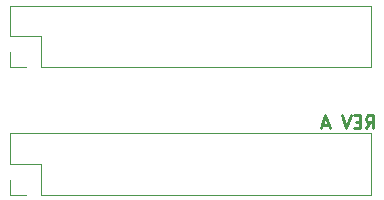
<source format=gbo>
G04 #@! TF.FileFunction,Legend,Bot*
%FSLAX46Y46*%
G04 Gerber Fmt 4.6, Leading zero omitted, Abs format (unit mm)*
G04 Created by KiCad (PCBNEW 4.0.7) date 04/07/18 14:14:12*
%MOMM*%
%LPD*%
G01*
G04 APERTURE LIST*
%ADD10C,0.100000*%
%ADD11C,0.275000*%
%ADD12C,0.120000*%
%ADD13R,2.100000X2.100000*%
%ADD14O,2.100000X2.100000*%
G04 APERTURE END LIST*
D10*
D11*
X32126047Y6687881D02*
X32492713Y7211690D01*
X32754618Y6687881D02*
X32754618Y7787881D01*
X32335571Y7787881D01*
X32230809Y7735500D01*
X32178428Y7683119D01*
X32126047Y7578357D01*
X32126047Y7421214D01*
X32178428Y7316452D01*
X32230809Y7264071D01*
X32335571Y7211690D01*
X32754618Y7211690D01*
X31654618Y7264071D02*
X31287952Y7264071D01*
X31130809Y6687881D02*
X31654618Y6687881D01*
X31654618Y7787881D01*
X31130809Y7787881D01*
X30816523Y7787881D02*
X30449856Y6687881D01*
X30083190Y7787881D01*
X28930809Y7002167D02*
X28407000Y7002167D01*
X29035571Y6687881D02*
X28668904Y7787881D01*
X28302238Y6687881D01*
D12*
X4572000Y1083000D02*
X32572000Y1083000D01*
X32572000Y1083000D02*
X32572000Y6283000D01*
X32572000Y6283000D02*
X1972000Y6283000D01*
X1972000Y6283000D02*
X1972000Y3683000D01*
X1972000Y3683000D02*
X4572000Y3683000D01*
X4572000Y3683000D02*
X4572000Y1083000D01*
X3302000Y1083000D02*
X1972000Y1083000D01*
X1972000Y1083000D02*
X1972000Y2353000D01*
X4572000Y11878000D02*
X32572000Y11878000D01*
X32572000Y11878000D02*
X32572000Y17078000D01*
X32572000Y17078000D02*
X1972000Y17078000D01*
X1972000Y17078000D02*
X1972000Y14478000D01*
X1972000Y14478000D02*
X4572000Y14478000D01*
X4572000Y14478000D02*
X4572000Y11878000D01*
X3302000Y11878000D02*
X1972000Y11878000D01*
X1972000Y11878000D02*
X1972000Y13148000D01*
%LPC*%
D13*
X3302000Y2413000D03*
D14*
X3302000Y4953000D03*
X5842000Y2413000D03*
X5842000Y4953000D03*
X8382000Y2413000D03*
X8382000Y4953000D03*
X10922000Y2413000D03*
X10922000Y4953000D03*
X13462000Y2413000D03*
X13462000Y4953000D03*
X16002000Y2413000D03*
X16002000Y4953000D03*
X18542000Y2413000D03*
X18542000Y4953000D03*
X21082000Y2413000D03*
X21082000Y4953000D03*
X23622000Y2413000D03*
X23622000Y4953000D03*
X26162000Y2413000D03*
X26162000Y4953000D03*
X28702000Y2413000D03*
X28702000Y4953000D03*
X31242000Y2413000D03*
X31242000Y4953000D03*
D13*
X3302000Y13208000D03*
D14*
X3302000Y15748000D03*
X5842000Y13208000D03*
X5842000Y15748000D03*
X8382000Y13208000D03*
X8382000Y15748000D03*
X10922000Y13208000D03*
X10922000Y15748000D03*
X13462000Y13208000D03*
X13462000Y15748000D03*
X16002000Y13208000D03*
X16002000Y15748000D03*
X18542000Y13208000D03*
X18542000Y15748000D03*
X21082000Y13208000D03*
X21082000Y15748000D03*
X23622000Y13208000D03*
X23622000Y15748000D03*
X26162000Y13208000D03*
X26162000Y15748000D03*
X28702000Y13208000D03*
X28702000Y15748000D03*
X31242000Y13208000D03*
X31242000Y15748000D03*
M02*

</source>
